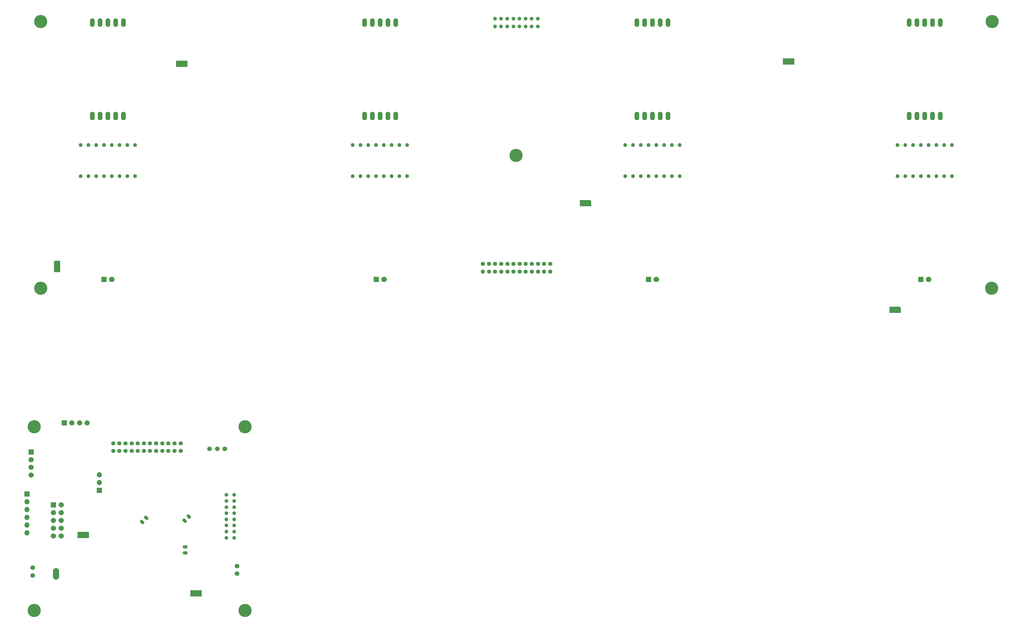
<source format=gbr>
%TF.GenerationSoftware,KiCad,Pcbnew,8.0.8-8.0.8-0~ubuntu24.04.1*%
%TF.CreationDate,2025-08-07T23:42:04-04:00*%
%TF.ProjectId,stencil,7374656e-6369-46c2-9e6b-696361645f70,rev?*%
%TF.SameCoordinates,Original*%
%TF.FileFunction,Soldermask,Bot*%
%TF.FilePolarity,Negative*%
%FSLAX46Y46*%
G04 Gerber Fmt 4.6, Leading zero omitted, Abs format (unit mm)*
G04 Created by KiCad (PCBNEW 8.0.8-8.0.8-0~ubuntu24.04.1) date 2025-08-07 23:42:04*
%MOMM*%
%LPD*%
G01*
G04 APERTURE LIST*
G04 Aperture macros list*
%AMRoundRect*
0 Rectangle with rounded corners*
0 $1 Rounding radius*
0 $2 $3 $4 $5 $6 $7 $8 $9 X,Y pos of 4 corners*
0 Add a 4 corners polygon primitive as box body*
4,1,4,$2,$3,$4,$5,$6,$7,$8,$9,$2,$3,0*
0 Add four circle primitives for the rounded corners*
1,1,$1+$1,$2,$3*
1,1,$1+$1,$4,$5*
1,1,$1+$1,$6,$7*
1,1,$1+$1,$8,$9*
0 Add four rect primitives between the rounded corners*
20,1,$1+$1,$2,$3,$4,$5,0*
20,1,$1+$1,$4,$5,$6,$7,0*
20,1,$1+$1,$6,$7,$8,$9,0*
20,1,$1+$1,$8,$9,$2,$3,0*%
%AMOutline5P*
0 Free polygon, 5 corners , with rotation*
0 The origin of the aperture is its center*
0 number of corners: always 5*
0 $1 to $10 corner X, Y*
0 $11 Rotation angle, in degrees counterclockwise*
0 create outline with 5 corners*
4,1,5,$1,$2,$3,$4,$5,$6,$7,$8,$9,$10,$1,$2,$11*%
%AMOutline6P*
0 Free polygon, 6 corners , with rotation*
0 The origin of the aperture is its center*
0 number of corners: always 6*
0 $1 to $12 corner X, Y*
0 $13 Rotation angle, in degrees counterclockwise*
0 create outline with 6 corners*
4,1,6,$1,$2,$3,$4,$5,$6,$7,$8,$9,$10,$11,$12,$1,$2,$13*%
%AMOutline7P*
0 Free polygon, 7 corners , with rotation*
0 The origin of the aperture is its center*
0 number of corners: always 7*
0 $1 to $14 corner X, Y*
0 $15 Rotation angle, in degrees counterclockwise*
0 create outline with 7 corners*
4,1,7,$1,$2,$3,$4,$5,$6,$7,$8,$9,$10,$11,$12,$13,$14,$1,$2,$15*%
%AMOutline8P*
0 Free polygon, 8 corners , with rotation*
0 The origin of the aperture is its center*
0 number of corners: always 8*
0 $1 to $16 corner X, Y*
0 $17 Rotation angle, in degrees counterclockwise*
0 create outline with 8 corners*
4,1,8,$1,$2,$3,$4,$5,$6,$7,$8,$9,$10,$11,$12,$13,$14,$15,$16,$1,$2,$17*%
G04 Aperture macros list end*
%ADD10RoundRect,0.102000X-0.754000X-0.754000X0.754000X-0.754000X0.754000X0.754000X-0.754000X0.754000X0*%
%ADD11C,1.712000*%
%ADD12C,1.346200*%
%ADD13R,3.800000X2.000000*%
%ADD14RoundRect,0.250000X-0.475000X0.250000X-0.475000X-0.250000X0.475000X-0.250000X0.475000X0.250000X0*%
%ADD15RoundRect,0.250000X-0.159099X0.512652X-0.512652X0.159099X0.159099X-0.512652X0.512652X-0.159099X0*%
%ADD16O,2.000000X3.800000*%
%ADD17C,1.498600*%
%ADD18C,4.300000*%
%ADD19RoundRect,0.102000X-0.754000X0.754000X-0.754000X-0.754000X0.754000X-0.754000X0.754000X0.754000X0*%
%ADD20R,1.700000X1.700000*%
%ADD21O,1.700000X1.700000*%
%ADD22C,1.219200*%
%ADD23Outline5P,-1.900000X1.000000X1.900000X1.000000X1.900000X-1.000000X-1.500000X-1.000000X-1.900000X-0.600000X180.000000*%
%ADD24Outline5P,-1.900000X1.000000X1.900000X1.000000X1.900000X-1.000000X-1.500000X-1.000000X-1.900000X-0.600000X270.000000*%
%ADD25C,1.270000*%
%ADD26R,1.800000X1.800000*%
%ADD27C,1.800000*%
%ADD28O,1.512000X2.820000*%
G04 APERTURE END LIST*
D10*
%TO.C,J3*%
X54945002Y-174884000D03*
D11*
X57445002Y-174884000D03*
X59945000Y-174884000D03*
X62445000Y-174884000D03*
%TD*%
D12*
%TO.C,J1*%
X70933399Y-181598306D03*
X70933399Y-184098306D03*
X72933400Y-181598306D03*
X72933400Y-184098306D03*
X74933398Y-181598306D03*
X74933398Y-184098306D03*
X76933400Y-181598306D03*
X76933400Y-184098306D03*
X78933398Y-181598306D03*
X78933398Y-184098306D03*
X80933399Y-181598306D03*
X80933399Y-184098306D03*
X82933400Y-181598306D03*
X82933400Y-184098306D03*
X84933399Y-181598306D03*
X84933399Y-184098306D03*
X86933400Y-181598306D03*
X86933400Y-184098306D03*
X88933398Y-181598306D03*
X88933398Y-184098306D03*
X90933399Y-181598306D03*
X90933399Y-184098306D03*
X92933398Y-181598306D03*
X92933398Y-184098306D03*
%TD*%
D13*
%TO.C,TP6*%
X61175000Y-211460000D03*
%TD*%
D14*
%TO.C,C7*%
X94400000Y-215400000D03*
X94400000Y-217299998D03*
%TD*%
D15*
%TO.C,C6*%
X81671751Y-205928249D03*
X80328249Y-207271751D03*
%TD*%
D16*
%TO.C,TP4*%
X52285000Y-224160000D03*
%TD*%
D17*
%TO.C,J4*%
X44665000Y-224668000D03*
X44665000Y-222168000D03*
%TD*%
D13*
%TO.C,TP8*%
X98005000Y-230510000D03*
%TD*%
D15*
%TO.C,C8*%
X95571751Y-205478249D03*
X94228249Y-206821751D03*
%TD*%
D18*
%TO.C,H4*%
X114007000Y-236098000D03*
%TD*%
D19*
%TO.C,J7*%
X51373000Y-201637500D03*
D11*
X53913000Y-201637500D03*
X51373000Y-204177500D03*
X53913000Y-204177500D03*
X51372999Y-206717500D03*
X53913001Y-206717500D03*
X51373000Y-209257500D03*
X53913000Y-209257500D03*
X51373000Y-211797500D03*
X53913000Y-211797500D03*
%TD*%
D20*
%TO.C,SW3*%
X66400000Y-196940000D03*
D21*
X66400000Y-194400000D03*
X66400000Y-191860001D03*
%TD*%
D22*
%TO.C,U1*%
X107860000Y-212400000D03*
X107860000Y-210400001D03*
X107860000Y-208400000D03*
X107860000Y-206400001D03*
X107860000Y-204400000D03*
X107860000Y-202400002D03*
X107860000Y-200400001D03*
X107860000Y-198400000D03*
X110400000Y-212400000D03*
X110400000Y-210400001D03*
X110400000Y-208400000D03*
X110400000Y-206400001D03*
X110400000Y-204400000D03*
X110400000Y-202400002D03*
X110400000Y-200400001D03*
X110400000Y-198400000D03*
%TD*%
D18*
%TO.C,H3*%
X45173000Y-236098000D03*
%TD*%
%TO.C,H1*%
X45173000Y-176154000D03*
%TD*%
D17*
%TO.C,SW2*%
X111340000Y-221620000D03*
X111340000Y-224120000D03*
%TD*%
%TO.C,J5*%
X107400000Y-183400000D03*
X104900000Y-183400000D03*
X102400000Y-183400000D03*
%TD*%
D20*
%TO.C,J6*%
X42760000Y-198125000D03*
D21*
X42760000Y-200665000D03*
X42760000Y-203204999D03*
X42760000Y-205745000D03*
X42760000Y-208285000D03*
X42760000Y-210825000D03*
%TD*%
D19*
%TO.C,J2*%
X44157000Y-184402002D03*
D11*
X44157000Y-186902002D03*
X44157000Y-189402000D03*
X44157000Y-191902000D03*
%TD*%
D18*
%TO.C,H2*%
X114007000Y-176154000D03*
%TD*%
D23*
%TO.C,3V2*%
X326237600Y-138002000D03*
%TD*%
D13*
%TO.C,GND3*%
X93319600Y-57738000D03*
%TD*%
D24*
%TO.C,3V1*%
X52552600Y-123825000D03*
%TD*%
D23*
%TO.C,3V3*%
X225145600Y-103204000D03*
%TD*%
D13*
%TO.C,GND4*%
X291439600Y-56976000D03*
%TD*%
D25*
%TO.C,T2*%
X149098000Y-94441000D03*
X151638000Y-94441000D03*
X154178000Y-94441000D03*
X156718000Y-94441000D03*
X159258000Y-94441000D03*
X161798000Y-94441000D03*
X164338000Y-94441000D03*
X166878000Y-94441000D03*
X166878000Y-84281000D03*
X164338000Y-84281000D03*
X161798000Y-84281000D03*
X159258000Y-84281000D03*
X156718000Y-84281000D03*
X154178000Y-84281000D03*
X151638000Y-84281000D03*
X149098000Y-84281000D03*
%TD*%
D26*
%TO.C,PT4*%
X334614600Y-128096000D03*
D27*
X337154600Y-128096000D03*
%TD*%
D28*
%TO.C,U9*%
X330809600Y-74716000D03*
X333349600Y-74716000D03*
X335889600Y-74716000D03*
X338429600Y-74716000D03*
X340969600Y-74716000D03*
X330809600Y-44316000D03*
X333349600Y-44316000D03*
X335889600Y-44316000D03*
X338429600Y-44316000D03*
X340969600Y-44316000D03*
%TD*%
D26*
%TO.C,PT1*%
X67914600Y-128096000D03*
D27*
X70454600Y-128096000D03*
%TD*%
D12*
%TO.C,J1*%
X213616241Y-125516000D03*
X213616241Y-123016000D03*
X211616240Y-125516000D03*
X211616240Y-123016000D03*
X209616242Y-125516000D03*
X209616242Y-123016000D03*
X207616240Y-125516000D03*
X207616240Y-123016000D03*
X205616242Y-125516000D03*
X205616242Y-123016000D03*
X203616241Y-125516000D03*
X203616241Y-123016000D03*
X201616240Y-125516000D03*
X201616240Y-123016000D03*
X199616241Y-125516000D03*
X199616241Y-123016000D03*
X197616240Y-125516000D03*
X197616240Y-123016000D03*
X195616242Y-125516000D03*
X195616242Y-123016000D03*
X193616241Y-125516000D03*
X193616241Y-123016000D03*
X191616242Y-125516000D03*
X191616242Y-123016000D03*
%TD*%
D22*
%TO.C,U1*%
X209556486Y-45546000D03*
X207556487Y-45546000D03*
X205556486Y-45546000D03*
X203556487Y-45546000D03*
X201556486Y-45546000D03*
X199556488Y-45546000D03*
X197556487Y-45546000D03*
X195556486Y-45546000D03*
X209556486Y-43006000D03*
X207556487Y-43006000D03*
X205556486Y-43006000D03*
X203556487Y-43006000D03*
X201556486Y-43006000D03*
X199556488Y-43006000D03*
X197556487Y-43006000D03*
X195556486Y-43006000D03*
%TD*%
D25*
%TO.C,T3*%
X238099600Y-94394000D03*
X240639600Y-94394000D03*
X243179600Y-94394000D03*
X245719600Y-94394000D03*
X248259600Y-94394000D03*
X250799600Y-94394000D03*
X253339600Y-94394000D03*
X255879600Y-94394000D03*
X255879600Y-84234000D03*
X253339600Y-84234000D03*
X250799600Y-84234000D03*
X248259600Y-84234000D03*
X245719600Y-84234000D03*
X243179600Y-84234000D03*
X240639600Y-84234000D03*
X238099600Y-84234000D03*
%TD*%
D28*
%TO.C,U8*%
X241909600Y-74716000D03*
X244449600Y-74716000D03*
X246989600Y-74716000D03*
X249529600Y-74716000D03*
X252069600Y-74716000D03*
X241909600Y-44316000D03*
X244449600Y-44316000D03*
X246989600Y-44316000D03*
X249529600Y-44316000D03*
X252069600Y-44316000D03*
%TD*%
%TO.C,U6*%
X64109600Y-74716000D03*
X66649600Y-74716000D03*
X69189600Y-74716000D03*
X71729600Y-74716000D03*
X74269600Y-74716000D03*
X64109600Y-44316000D03*
X66649600Y-44316000D03*
X69189600Y-44316000D03*
X71729600Y-44316000D03*
X74269600Y-44316000D03*
%TD*%
D18*
%TO.C,REF\u002A\u002A*%
X47218600Y-43942000D03*
%TD*%
D25*
%TO.C,T1*%
X60274200Y-94417500D03*
X62814200Y-94417500D03*
X65354200Y-94417500D03*
X67894200Y-94417500D03*
X70434200Y-94417500D03*
X72974200Y-94417500D03*
X75514200Y-94417500D03*
X78054200Y-94417500D03*
X78054200Y-84257500D03*
X75514200Y-84257500D03*
X72974200Y-84257500D03*
X70434200Y-84257500D03*
X67894200Y-84257500D03*
X65354200Y-84257500D03*
X62814200Y-84257500D03*
X60274200Y-84257500D03*
%TD*%
D28*
%TO.C,U7*%
X153009600Y-74716000D03*
X155549600Y-74716000D03*
X158089600Y-74716000D03*
X160629600Y-74716000D03*
X163169600Y-74716000D03*
X153009600Y-44316000D03*
X155549600Y-44316000D03*
X158089600Y-44316000D03*
X160629600Y-44316000D03*
X163169600Y-44316000D03*
%TD*%
D18*
%TO.C,REF\u002A\u002A*%
X47282101Y-130937000D03*
%TD*%
%TO.C,REF\u002A\u002A*%
X202412600Y-87630000D03*
%TD*%
%TO.C,REF\u002A\u002A*%
X357860600Y-43942000D03*
%TD*%
D26*
%TO.C,PT3*%
X245714600Y-128096000D03*
D27*
X248254600Y-128096000D03*
%TD*%
D18*
%TO.C,REF\u002A\u002A*%
X357733600Y-130937000D03*
%TD*%
D26*
%TO.C,PT2*%
X156814600Y-128096000D03*
D27*
X159354600Y-128096000D03*
%TD*%
D25*
%TO.C,T4*%
X326999600Y-94441000D03*
X329539600Y-94441000D03*
X332079600Y-94441000D03*
X334619600Y-94441000D03*
X337159600Y-94441000D03*
X339699600Y-94441000D03*
X342239600Y-94441000D03*
X344779600Y-94441000D03*
X344779600Y-84281000D03*
X342239600Y-84281000D03*
X339699600Y-84281000D03*
X337159600Y-84281000D03*
X334619600Y-84281000D03*
X332079600Y-84281000D03*
X329539600Y-84281000D03*
X326999600Y-84281000D03*
%TD*%
M02*

</source>
